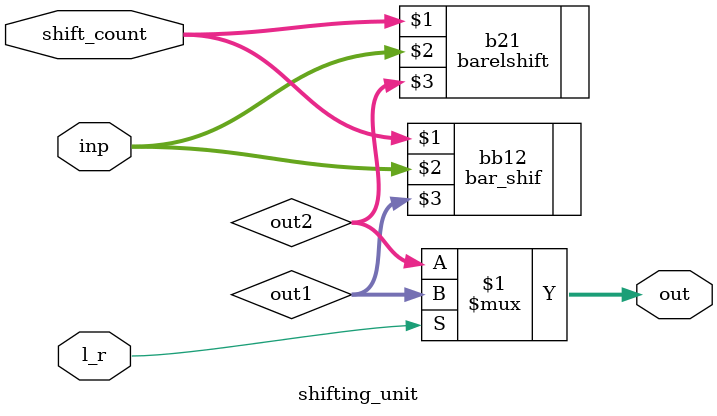
<source format=v>
`include "bar_shi.v"
`include "barellshift.v"
module shifting_unit(l_r,shift_count,inp,out);

input [15:0]inp;
input l_r;
input [3:0]shift_count;
output [15:0]out;

wire [15:0] out1,out2;

bar_shif bb12(shift_count,inp,out1);
barelshift b21(shift_count,inp,out2);

assign out[15:0]=(l_r)?out1:out2;  //1 for right or 0 or left 

endmodule



</source>
